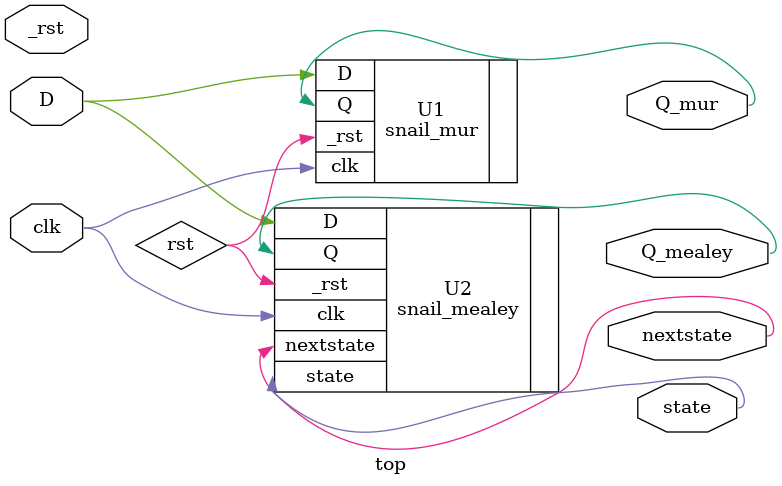
<source format=sv>
module top(D, clk, _rst, Q_mur, Q_mealey, state, nextstate);

input logic D, clk, _rst;
output logic Q_mur, Q_mealey, nextstate;
output logic state;

snail_mur  U1(.D(D), .clk(clk), ._rst(rst), .Q(Q_mur));
snail_mealey  U2(.D(D), .clk(clk), ._rst(rst), .Q(Q_mealey), .state(state), .nextstate(nextstate));

endmodule

</source>
